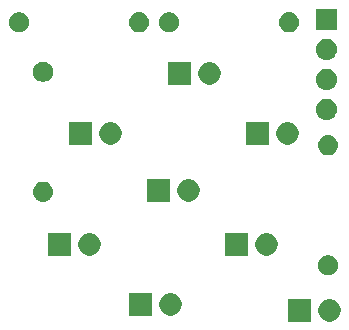
<source format=gbr>
%TF.GenerationSoftware,KiCad,Pcbnew,5.0.2-bee76a0~70~ubuntu18.04.1*%
%TF.CreationDate,2019-02-17T17:10:16-03:00*%
%TF.ProjectId,charlieplex-display-pcb-r00,63686172-6c69-4657-906c-65782d646973,rev?*%
%TF.SameCoordinates,Original*%
%TF.FileFunction,Soldermask,Top*%
%TF.FilePolarity,Negative*%
%FSLAX46Y46*%
G04 Gerber Fmt 4.6, Leading zero omitted, Abs format (unit mm)*
G04 Created by KiCad (PCBNEW 5.0.2-bee76a0~70~ubuntu18.04.1) date dom 17 fev 2019 17:10:16 -03*
%MOMM*%
%LPD*%
G01*
G04 APERTURE LIST*
%ADD10C,0.100000*%
G04 APERTURE END LIST*
D10*
G36*
X57847000Y-71563000D02*
X55945000Y-71563000D01*
X55945000Y-69661000D01*
X57847000Y-69661000D01*
X57847000Y-71563000D01*
X57847000Y-71563000D01*
G37*
G36*
X59713396Y-69697546D02*
X59886466Y-69769234D01*
X60042230Y-69873312D01*
X60174688Y-70005770D01*
X60278766Y-70161534D01*
X60350454Y-70334604D01*
X60387000Y-70518333D01*
X60387000Y-70705667D01*
X60350454Y-70889396D01*
X60278766Y-71062466D01*
X60174688Y-71218230D01*
X60042230Y-71350688D01*
X59886466Y-71454766D01*
X59713396Y-71526454D01*
X59529667Y-71563000D01*
X59342333Y-71563000D01*
X59158604Y-71526454D01*
X58985534Y-71454766D01*
X58829770Y-71350688D01*
X58697312Y-71218230D01*
X58593234Y-71062466D01*
X58521546Y-70889396D01*
X58485000Y-70705667D01*
X58485000Y-70518333D01*
X58521546Y-70334604D01*
X58593234Y-70161534D01*
X58697312Y-70005770D01*
X58829770Y-69873312D01*
X58985534Y-69769234D01*
X59158604Y-69697546D01*
X59342333Y-69661000D01*
X59529667Y-69661000D01*
X59713396Y-69697546D01*
X59713396Y-69697546D01*
G37*
G36*
X44385000Y-71055000D02*
X42483000Y-71055000D01*
X42483000Y-69153000D01*
X44385000Y-69153000D01*
X44385000Y-71055000D01*
X44385000Y-71055000D01*
G37*
G36*
X46251396Y-69189546D02*
X46424466Y-69261234D01*
X46580230Y-69365312D01*
X46712688Y-69497770D01*
X46816766Y-69653534D01*
X46888454Y-69826604D01*
X46925000Y-70010333D01*
X46925000Y-70197667D01*
X46888454Y-70381396D01*
X46816766Y-70554466D01*
X46712688Y-70710230D01*
X46580230Y-70842688D01*
X46424466Y-70946766D01*
X46251396Y-71018454D01*
X46067667Y-71055000D01*
X45880333Y-71055000D01*
X45696604Y-71018454D01*
X45523534Y-70946766D01*
X45367770Y-70842688D01*
X45235312Y-70710230D01*
X45131234Y-70554466D01*
X45059546Y-70381396D01*
X45023000Y-70197667D01*
X45023000Y-70010333D01*
X45059546Y-69826604D01*
X45131234Y-69653534D01*
X45235312Y-69497770D01*
X45367770Y-69365312D01*
X45523534Y-69261234D01*
X45696604Y-69189546D01*
X45880333Y-69153000D01*
X46067667Y-69153000D01*
X46251396Y-69189546D01*
X46251396Y-69189546D01*
G37*
G36*
X59557228Y-65983703D02*
X59712100Y-66047853D01*
X59851481Y-66140985D01*
X59970015Y-66259519D01*
X60063147Y-66398900D01*
X60127297Y-66553772D01*
X60160000Y-66718184D01*
X60160000Y-66885816D01*
X60127297Y-67050228D01*
X60063147Y-67205100D01*
X59970015Y-67344481D01*
X59851481Y-67463015D01*
X59712100Y-67556147D01*
X59557228Y-67620297D01*
X59392816Y-67653000D01*
X59225184Y-67653000D01*
X59060772Y-67620297D01*
X58905900Y-67556147D01*
X58766519Y-67463015D01*
X58647985Y-67344481D01*
X58554853Y-67205100D01*
X58490703Y-67050228D01*
X58458000Y-66885816D01*
X58458000Y-66718184D01*
X58490703Y-66553772D01*
X58554853Y-66398900D01*
X58647985Y-66259519D01*
X58766519Y-66140985D01*
X58905900Y-66047853D01*
X59060772Y-65983703D01*
X59225184Y-65951000D01*
X59392816Y-65951000D01*
X59557228Y-65983703D01*
X59557228Y-65983703D01*
G37*
G36*
X54379396Y-64109546D02*
X54552466Y-64181234D01*
X54708230Y-64285312D01*
X54840688Y-64417770D01*
X54944766Y-64573534D01*
X55016454Y-64746604D01*
X55053000Y-64930333D01*
X55053000Y-65117667D01*
X55016454Y-65301396D01*
X54944766Y-65474466D01*
X54840688Y-65630230D01*
X54708230Y-65762688D01*
X54552466Y-65866766D01*
X54379396Y-65938454D01*
X54195667Y-65975000D01*
X54008333Y-65975000D01*
X53824604Y-65938454D01*
X53651534Y-65866766D01*
X53495770Y-65762688D01*
X53363312Y-65630230D01*
X53259234Y-65474466D01*
X53187546Y-65301396D01*
X53151000Y-65117667D01*
X53151000Y-64930333D01*
X53187546Y-64746604D01*
X53259234Y-64573534D01*
X53363312Y-64417770D01*
X53495770Y-64285312D01*
X53651534Y-64181234D01*
X53824604Y-64109546D01*
X54008333Y-64073000D01*
X54195667Y-64073000D01*
X54379396Y-64109546D01*
X54379396Y-64109546D01*
G37*
G36*
X52513000Y-65975000D02*
X50611000Y-65975000D01*
X50611000Y-64073000D01*
X52513000Y-64073000D01*
X52513000Y-65975000D01*
X52513000Y-65975000D01*
G37*
G36*
X39393396Y-64109546D02*
X39566466Y-64181234D01*
X39722230Y-64285312D01*
X39854688Y-64417770D01*
X39958766Y-64573534D01*
X40030454Y-64746604D01*
X40067000Y-64930333D01*
X40067000Y-65117667D01*
X40030454Y-65301396D01*
X39958766Y-65474466D01*
X39854688Y-65630230D01*
X39722230Y-65762688D01*
X39566466Y-65866766D01*
X39393396Y-65938454D01*
X39209667Y-65975000D01*
X39022333Y-65975000D01*
X38838604Y-65938454D01*
X38665534Y-65866766D01*
X38509770Y-65762688D01*
X38377312Y-65630230D01*
X38273234Y-65474466D01*
X38201546Y-65301396D01*
X38165000Y-65117667D01*
X38165000Y-64930333D01*
X38201546Y-64746604D01*
X38273234Y-64573534D01*
X38377312Y-64417770D01*
X38509770Y-64285312D01*
X38665534Y-64181234D01*
X38838604Y-64109546D01*
X39022333Y-64073000D01*
X39209667Y-64073000D01*
X39393396Y-64109546D01*
X39393396Y-64109546D01*
G37*
G36*
X37527000Y-65975000D02*
X35625000Y-65975000D01*
X35625000Y-64073000D01*
X37527000Y-64073000D01*
X37527000Y-65975000D01*
X37527000Y-65975000D01*
G37*
G36*
X35345821Y-59740313D02*
X35345824Y-59740314D01*
X35345825Y-59740314D01*
X35506239Y-59788975D01*
X35506241Y-59788976D01*
X35506244Y-59788977D01*
X35654078Y-59867995D01*
X35783659Y-59974341D01*
X35890005Y-60103922D01*
X35969023Y-60251756D01*
X36017687Y-60412179D01*
X36034117Y-60579000D01*
X36017687Y-60745821D01*
X36017686Y-60745824D01*
X36017686Y-60745825D01*
X35970170Y-60902466D01*
X35969023Y-60906244D01*
X35890005Y-61054078D01*
X35783659Y-61183659D01*
X35654078Y-61290005D01*
X35506244Y-61369023D01*
X35506241Y-61369024D01*
X35506239Y-61369025D01*
X35345825Y-61417686D01*
X35345824Y-61417686D01*
X35345821Y-61417687D01*
X35220804Y-61430000D01*
X35137196Y-61430000D01*
X35012179Y-61417687D01*
X35012176Y-61417686D01*
X35012175Y-61417686D01*
X34851761Y-61369025D01*
X34851759Y-61369024D01*
X34851756Y-61369023D01*
X34703922Y-61290005D01*
X34574341Y-61183659D01*
X34467995Y-61054078D01*
X34388977Y-60906244D01*
X34387831Y-60902466D01*
X34340314Y-60745825D01*
X34340314Y-60745824D01*
X34340313Y-60745821D01*
X34323883Y-60579000D01*
X34340313Y-60412179D01*
X34388977Y-60251756D01*
X34467995Y-60103922D01*
X34574341Y-59974341D01*
X34703922Y-59867995D01*
X34851756Y-59788977D01*
X34851759Y-59788976D01*
X34851761Y-59788975D01*
X35012175Y-59740314D01*
X35012176Y-59740314D01*
X35012179Y-59740313D01*
X35137196Y-59728000D01*
X35220804Y-59728000D01*
X35345821Y-59740313D01*
X35345821Y-59740313D01*
G37*
G36*
X47775396Y-59537546D02*
X47948466Y-59609234D01*
X48104230Y-59713312D01*
X48236688Y-59845770D01*
X48340766Y-60001534D01*
X48412454Y-60174604D01*
X48449000Y-60358333D01*
X48449000Y-60545667D01*
X48412454Y-60729396D01*
X48340766Y-60902466D01*
X48236688Y-61058230D01*
X48104230Y-61190688D01*
X47948466Y-61294766D01*
X47775396Y-61366454D01*
X47591667Y-61403000D01*
X47404333Y-61403000D01*
X47220604Y-61366454D01*
X47047534Y-61294766D01*
X46891770Y-61190688D01*
X46759312Y-61058230D01*
X46655234Y-60902466D01*
X46583546Y-60729396D01*
X46547000Y-60545667D01*
X46547000Y-60358333D01*
X46583546Y-60174604D01*
X46655234Y-60001534D01*
X46759312Y-59845770D01*
X46891770Y-59713312D01*
X47047534Y-59609234D01*
X47220604Y-59537546D01*
X47404333Y-59501000D01*
X47591667Y-59501000D01*
X47775396Y-59537546D01*
X47775396Y-59537546D01*
G37*
G36*
X45909000Y-61403000D02*
X44007000Y-61403000D01*
X44007000Y-59501000D01*
X45909000Y-59501000D01*
X45909000Y-61403000D01*
X45909000Y-61403000D01*
G37*
G36*
X59475821Y-55803313D02*
X59475824Y-55803314D01*
X59475825Y-55803314D01*
X59636239Y-55851975D01*
X59636241Y-55851976D01*
X59636244Y-55851977D01*
X59784078Y-55930995D01*
X59913659Y-56037341D01*
X60020005Y-56166922D01*
X60099023Y-56314756D01*
X60099024Y-56314759D01*
X60099025Y-56314761D01*
X60145742Y-56468766D01*
X60147687Y-56475179D01*
X60164117Y-56642000D01*
X60147687Y-56808821D01*
X60099023Y-56969244D01*
X60020005Y-57117078D01*
X59913659Y-57246659D01*
X59784078Y-57353005D01*
X59636244Y-57432023D01*
X59636241Y-57432024D01*
X59636239Y-57432025D01*
X59475825Y-57480686D01*
X59475824Y-57480686D01*
X59475821Y-57480687D01*
X59350804Y-57493000D01*
X59267196Y-57493000D01*
X59142179Y-57480687D01*
X59142176Y-57480686D01*
X59142175Y-57480686D01*
X58981761Y-57432025D01*
X58981759Y-57432024D01*
X58981756Y-57432023D01*
X58833922Y-57353005D01*
X58704341Y-57246659D01*
X58597995Y-57117078D01*
X58518977Y-56969244D01*
X58470313Y-56808821D01*
X58453883Y-56642000D01*
X58470313Y-56475179D01*
X58472258Y-56468766D01*
X58518975Y-56314761D01*
X58518976Y-56314759D01*
X58518977Y-56314756D01*
X58597995Y-56166922D01*
X58704341Y-56037341D01*
X58833922Y-55930995D01*
X58981756Y-55851977D01*
X58981759Y-55851976D01*
X58981761Y-55851975D01*
X59142175Y-55803314D01*
X59142176Y-55803314D01*
X59142179Y-55803313D01*
X59267196Y-55791000D01*
X59350804Y-55791000D01*
X59475821Y-55803313D01*
X59475821Y-55803313D01*
G37*
G36*
X54291000Y-56577000D02*
X52389000Y-56577000D01*
X52389000Y-54675000D01*
X54291000Y-54675000D01*
X54291000Y-56577000D01*
X54291000Y-56577000D01*
G37*
G36*
X41171396Y-54711546D02*
X41344466Y-54783234D01*
X41500230Y-54887312D01*
X41632688Y-55019770D01*
X41736766Y-55175534D01*
X41808454Y-55348604D01*
X41845000Y-55532333D01*
X41845000Y-55719667D01*
X41808454Y-55903396D01*
X41736766Y-56076466D01*
X41632688Y-56232230D01*
X41500230Y-56364688D01*
X41344466Y-56468766D01*
X41171396Y-56540454D01*
X40987667Y-56577000D01*
X40800333Y-56577000D01*
X40616604Y-56540454D01*
X40443534Y-56468766D01*
X40287770Y-56364688D01*
X40155312Y-56232230D01*
X40051234Y-56076466D01*
X39979546Y-55903396D01*
X39943000Y-55719667D01*
X39943000Y-55532333D01*
X39979546Y-55348604D01*
X40051234Y-55175534D01*
X40155312Y-55019770D01*
X40287770Y-54887312D01*
X40443534Y-54783234D01*
X40616604Y-54711546D01*
X40800333Y-54675000D01*
X40987667Y-54675000D01*
X41171396Y-54711546D01*
X41171396Y-54711546D01*
G37*
G36*
X56157396Y-54711546D02*
X56330466Y-54783234D01*
X56486230Y-54887312D01*
X56618688Y-55019770D01*
X56722766Y-55175534D01*
X56794454Y-55348604D01*
X56831000Y-55532333D01*
X56831000Y-55719667D01*
X56794454Y-55903396D01*
X56722766Y-56076466D01*
X56618688Y-56232230D01*
X56486230Y-56364688D01*
X56330466Y-56468766D01*
X56157396Y-56540454D01*
X55973667Y-56577000D01*
X55786333Y-56577000D01*
X55602604Y-56540454D01*
X55429534Y-56468766D01*
X55273770Y-56364688D01*
X55141312Y-56232230D01*
X55037234Y-56076466D01*
X54965546Y-55903396D01*
X54929000Y-55719667D01*
X54929000Y-55532333D01*
X54965546Y-55348604D01*
X55037234Y-55175534D01*
X55141312Y-55019770D01*
X55273770Y-54887312D01*
X55429534Y-54783234D01*
X55602604Y-54711546D01*
X55786333Y-54675000D01*
X55973667Y-54675000D01*
X56157396Y-54711546D01*
X56157396Y-54711546D01*
G37*
G36*
X39305000Y-56577000D02*
X37403000Y-56577000D01*
X37403000Y-54675000D01*
X39305000Y-54675000D01*
X39305000Y-56577000D01*
X39305000Y-56577000D01*
G37*
G36*
X59292442Y-52699518D02*
X59358627Y-52706037D01*
X59471853Y-52740384D01*
X59528467Y-52757557D01*
X59667087Y-52831652D01*
X59684991Y-52841222D01*
X59720729Y-52870552D01*
X59822186Y-52953814D01*
X59905448Y-53055271D01*
X59934778Y-53091009D01*
X59934779Y-53091011D01*
X60018443Y-53247533D01*
X60018443Y-53247534D01*
X60069963Y-53417373D01*
X60087359Y-53594000D01*
X60069963Y-53770627D01*
X60035616Y-53883853D01*
X60018443Y-53940467D01*
X59944348Y-54079087D01*
X59934778Y-54096991D01*
X59905448Y-54132729D01*
X59822186Y-54234186D01*
X59720729Y-54317448D01*
X59684991Y-54346778D01*
X59684989Y-54346779D01*
X59528467Y-54430443D01*
X59471853Y-54447616D01*
X59358627Y-54481963D01*
X59292443Y-54488481D01*
X59226260Y-54495000D01*
X59137740Y-54495000D01*
X59071557Y-54488481D01*
X59005373Y-54481963D01*
X58892147Y-54447616D01*
X58835533Y-54430443D01*
X58679011Y-54346779D01*
X58679009Y-54346778D01*
X58643271Y-54317448D01*
X58541814Y-54234186D01*
X58458552Y-54132729D01*
X58429222Y-54096991D01*
X58419652Y-54079087D01*
X58345557Y-53940467D01*
X58328384Y-53883853D01*
X58294037Y-53770627D01*
X58276641Y-53594000D01*
X58294037Y-53417373D01*
X58345557Y-53247534D01*
X58345557Y-53247533D01*
X58429221Y-53091011D01*
X58429222Y-53091009D01*
X58458552Y-53055271D01*
X58541814Y-52953814D01*
X58643271Y-52870552D01*
X58679009Y-52841222D01*
X58696913Y-52831652D01*
X58835533Y-52757557D01*
X58892147Y-52740384D01*
X59005373Y-52706037D01*
X59071558Y-52699518D01*
X59137740Y-52693000D01*
X59226260Y-52693000D01*
X59292442Y-52699518D01*
X59292442Y-52699518D01*
G37*
G36*
X59292443Y-50159519D02*
X59358627Y-50166037D01*
X59471853Y-50200384D01*
X59528467Y-50217557D01*
X59667087Y-50291652D01*
X59684991Y-50301222D01*
X59720729Y-50330552D01*
X59822186Y-50413814D01*
X59895227Y-50502816D01*
X59934778Y-50551009D01*
X59934779Y-50551011D01*
X60018443Y-50707533D01*
X60018443Y-50707534D01*
X60069963Y-50877373D01*
X60087359Y-51054000D01*
X60069963Y-51230627D01*
X60053563Y-51284690D01*
X60018443Y-51400467D01*
X59966844Y-51497000D01*
X59934778Y-51556991D01*
X59905448Y-51592729D01*
X59822186Y-51694186D01*
X59720729Y-51777448D01*
X59684991Y-51806778D01*
X59684989Y-51806779D01*
X59528467Y-51890443D01*
X59471853Y-51907616D01*
X59358627Y-51941963D01*
X59292442Y-51948482D01*
X59226260Y-51955000D01*
X59137740Y-51955000D01*
X59071558Y-51948482D01*
X59005373Y-51941963D01*
X58892147Y-51907616D01*
X58835533Y-51890443D01*
X58679011Y-51806779D01*
X58679009Y-51806778D01*
X58643271Y-51777448D01*
X58541814Y-51694186D01*
X58458552Y-51592729D01*
X58429222Y-51556991D01*
X58397156Y-51497000D01*
X58345557Y-51400467D01*
X58310437Y-51284690D01*
X58294037Y-51230627D01*
X58276641Y-51054000D01*
X58294037Y-50877373D01*
X58345557Y-50707534D01*
X58345557Y-50707533D01*
X58429221Y-50551011D01*
X58429222Y-50551009D01*
X58468773Y-50502816D01*
X58541814Y-50413814D01*
X58643271Y-50330552D01*
X58679009Y-50301222D01*
X58696913Y-50291652D01*
X58835533Y-50217557D01*
X58892147Y-50200384D01*
X59005373Y-50166037D01*
X59071558Y-50159518D01*
X59137740Y-50153000D01*
X59226260Y-50153000D01*
X59292443Y-50159519D01*
X59292443Y-50159519D01*
G37*
G36*
X47687000Y-51497000D02*
X45785000Y-51497000D01*
X45785000Y-49595000D01*
X47687000Y-49595000D01*
X47687000Y-51497000D01*
X47687000Y-51497000D01*
G37*
G36*
X49553396Y-49631546D02*
X49726466Y-49703234D01*
X49882230Y-49807312D01*
X50014688Y-49939770D01*
X50118766Y-50095534D01*
X50190454Y-50268604D01*
X50227000Y-50452333D01*
X50227000Y-50639667D01*
X50190454Y-50823396D01*
X50118766Y-50996466D01*
X50014688Y-51152230D01*
X49882230Y-51284688D01*
X49726466Y-51388766D01*
X49553396Y-51460454D01*
X49369667Y-51497000D01*
X49182333Y-51497000D01*
X48998604Y-51460454D01*
X48825534Y-51388766D01*
X48669770Y-51284688D01*
X48537312Y-51152230D01*
X48433234Y-50996466D01*
X48361546Y-50823396D01*
X48325000Y-50639667D01*
X48325000Y-50452333D01*
X48361546Y-50268604D01*
X48433234Y-50095534D01*
X48537312Y-49939770D01*
X48669770Y-49807312D01*
X48825534Y-49703234D01*
X48998604Y-49631546D01*
X49182333Y-49595000D01*
X49369667Y-49595000D01*
X49553396Y-49631546D01*
X49553396Y-49631546D01*
G37*
G36*
X35427228Y-49600703D02*
X35582100Y-49664853D01*
X35721481Y-49757985D01*
X35840015Y-49876519D01*
X35933147Y-50015900D01*
X35997297Y-50170772D01*
X36030000Y-50335184D01*
X36030000Y-50502816D01*
X35997297Y-50667228D01*
X35933147Y-50822100D01*
X35840015Y-50961481D01*
X35721481Y-51080015D01*
X35582100Y-51173147D01*
X35427228Y-51237297D01*
X35262816Y-51270000D01*
X35095184Y-51270000D01*
X34930772Y-51237297D01*
X34775900Y-51173147D01*
X34636519Y-51080015D01*
X34517985Y-50961481D01*
X34424853Y-50822100D01*
X34360703Y-50667228D01*
X34328000Y-50502816D01*
X34328000Y-50335184D01*
X34360703Y-50170772D01*
X34424853Y-50015900D01*
X34517985Y-49876519D01*
X34636519Y-49757985D01*
X34775900Y-49664853D01*
X34930772Y-49600703D01*
X35095184Y-49568000D01*
X35262816Y-49568000D01*
X35427228Y-49600703D01*
X35427228Y-49600703D01*
G37*
G36*
X59292442Y-47619518D02*
X59358627Y-47626037D01*
X59471853Y-47660384D01*
X59528467Y-47677557D01*
X59667087Y-47751652D01*
X59684991Y-47761222D01*
X59720729Y-47790552D01*
X59822186Y-47873814D01*
X59905448Y-47975271D01*
X59934778Y-48011009D01*
X59934779Y-48011011D01*
X60018443Y-48167533D01*
X60018443Y-48167534D01*
X60069963Y-48337373D01*
X60087359Y-48514000D01*
X60069963Y-48690627D01*
X60035616Y-48803853D01*
X60018443Y-48860467D01*
X59944348Y-48999087D01*
X59934778Y-49016991D01*
X59905448Y-49052729D01*
X59822186Y-49154186D01*
X59720729Y-49237448D01*
X59684991Y-49266778D01*
X59684989Y-49266779D01*
X59528467Y-49350443D01*
X59471853Y-49367616D01*
X59358627Y-49401963D01*
X59292442Y-49408482D01*
X59226260Y-49415000D01*
X59137740Y-49415000D01*
X59071558Y-49408482D01*
X59005373Y-49401963D01*
X58892147Y-49367616D01*
X58835533Y-49350443D01*
X58679011Y-49266779D01*
X58679009Y-49266778D01*
X58643271Y-49237448D01*
X58541814Y-49154186D01*
X58458552Y-49052729D01*
X58429222Y-49016991D01*
X58419652Y-48999087D01*
X58345557Y-48860467D01*
X58328384Y-48803853D01*
X58294037Y-48690627D01*
X58276641Y-48514000D01*
X58294037Y-48337373D01*
X58345557Y-48167534D01*
X58345557Y-48167533D01*
X58429221Y-48011011D01*
X58429222Y-48011009D01*
X58458552Y-47975271D01*
X58541814Y-47873814D01*
X58643271Y-47790552D01*
X58679009Y-47761222D01*
X58696913Y-47751652D01*
X58835533Y-47677557D01*
X58892147Y-47660384D01*
X59005373Y-47626037D01*
X59071557Y-47619519D01*
X59137740Y-47613000D01*
X59226260Y-47613000D01*
X59292442Y-47619518D01*
X59292442Y-47619518D01*
G37*
G36*
X33395228Y-45409703D02*
X33550100Y-45473853D01*
X33689481Y-45566985D01*
X33808015Y-45685519D01*
X33901147Y-45824900D01*
X33965297Y-45979772D01*
X33998000Y-46144184D01*
X33998000Y-46311816D01*
X33965297Y-46476228D01*
X33901147Y-46631100D01*
X33808015Y-46770481D01*
X33689481Y-46889015D01*
X33550100Y-46982147D01*
X33395228Y-47046297D01*
X33230816Y-47079000D01*
X33063184Y-47079000D01*
X32898772Y-47046297D01*
X32743900Y-46982147D01*
X32604519Y-46889015D01*
X32485985Y-46770481D01*
X32392853Y-46631100D01*
X32328703Y-46476228D01*
X32296000Y-46311816D01*
X32296000Y-46144184D01*
X32328703Y-45979772D01*
X32392853Y-45824900D01*
X32485985Y-45685519D01*
X32604519Y-45566985D01*
X32743900Y-45473853D01*
X32898772Y-45409703D01*
X33063184Y-45377000D01*
X33230816Y-45377000D01*
X33395228Y-45409703D01*
X33395228Y-45409703D01*
G37*
G36*
X43473821Y-45389313D02*
X43473824Y-45389314D01*
X43473825Y-45389314D01*
X43634239Y-45437975D01*
X43634241Y-45437976D01*
X43634244Y-45437977D01*
X43782078Y-45516995D01*
X43911659Y-45623341D01*
X44018005Y-45752922D01*
X44097023Y-45900756D01*
X44097024Y-45900759D01*
X44097025Y-45900761D01*
X44145686Y-46061175D01*
X44145687Y-46061179D01*
X44162117Y-46228000D01*
X44145687Y-46394821D01*
X44145686Y-46394824D01*
X44145686Y-46394825D01*
X44120993Y-46476228D01*
X44097023Y-46555244D01*
X44018005Y-46703078D01*
X43911659Y-46832659D01*
X43782078Y-46939005D01*
X43634244Y-47018023D01*
X43634241Y-47018024D01*
X43634239Y-47018025D01*
X43473825Y-47066686D01*
X43473824Y-47066686D01*
X43473821Y-47066687D01*
X43348804Y-47079000D01*
X43265196Y-47079000D01*
X43140179Y-47066687D01*
X43140176Y-47066686D01*
X43140175Y-47066686D01*
X42979761Y-47018025D01*
X42979759Y-47018024D01*
X42979756Y-47018023D01*
X42831922Y-46939005D01*
X42702341Y-46832659D01*
X42595995Y-46703078D01*
X42516977Y-46555244D01*
X42493008Y-46476228D01*
X42468314Y-46394825D01*
X42468314Y-46394824D01*
X42468313Y-46394821D01*
X42451883Y-46228000D01*
X42468313Y-46061179D01*
X42468314Y-46061175D01*
X42516975Y-45900761D01*
X42516976Y-45900759D01*
X42516977Y-45900756D01*
X42595995Y-45752922D01*
X42702341Y-45623341D01*
X42831922Y-45516995D01*
X42979756Y-45437977D01*
X42979759Y-45437976D01*
X42979761Y-45437975D01*
X43140175Y-45389314D01*
X43140176Y-45389314D01*
X43140179Y-45389313D01*
X43265196Y-45377000D01*
X43348804Y-45377000D01*
X43473821Y-45389313D01*
X43473821Y-45389313D01*
G37*
G36*
X46095228Y-45409703D02*
X46250100Y-45473853D01*
X46389481Y-45566985D01*
X46508015Y-45685519D01*
X46601147Y-45824900D01*
X46665297Y-45979772D01*
X46698000Y-46144184D01*
X46698000Y-46311816D01*
X46665297Y-46476228D01*
X46601147Y-46631100D01*
X46508015Y-46770481D01*
X46389481Y-46889015D01*
X46250100Y-46982147D01*
X46095228Y-47046297D01*
X45930816Y-47079000D01*
X45763184Y-47079000D01*
X45598772Y-47046297D01*
X45443900Y-46982147D01*
X45304519Y-46889015D01*
X45185985Y-46770481D01*
X45092853Y-46631100D01*
X45028703Y-46476228D01*
X44996000Y-46311816D01*
X44996000Y-46144184D01*
X45028703Y-45979772D01*
X45092853Y-45824900D01*
X45185985Y-45685519D01*
X45304519Y-45566985D01*
X45443900Y-45473853D01*
X45598772Y-45409703D01*
X45763184Y-45377000D01*
X45930816Y-45377000D01*
X46095228Y-45409703D01*
X46095228Y-45409703D01*
G37*
G36*
X56173821Y-45389313D02*
X56173824Y-45389314D01*
X56173825Y-45389314D01*
X56334239Y-45437975D01*
X56334241Y-45437976D01*
X56334244Y-45437977D01*
X56482078Y-45516995D01*
X56611659Y-45623341D01*
X56718005Y-45752922D01*
X56797023Y-45900756D01*
X56797024Y-45900759D01*
X56797025Y-45900761D01*
X56845686Y-46061175D01*
X56845687Y-46061179D01*
X56862117Y-46228000D01*
X56845687Y-46394821D01*
X56845686Y-46394824D01*
X56845686Y-46394825D01*
X56820993Y-46476228D01*
X56797023Y-46555244D01*
X56718005Y-46703078D01*
X56611659Y-46832659D01*
X56482078Y-46939005D01*
X56334244Y-47018023D01*
X56334241Y-47018024D01*
X56334239Y-47018025D01*
X56173825Y-47066686D01*
X56173824Y-47066686D01*
X56173821Y-47066687D01*
X56048804Y-47079000D01*
X55965196Y-47079000D01*
X55840179Y-47066687D01*
X55840176Y-47066686D01*
X55840175Y-47066686D01*
X55679761Y-47018025D01*
X55679759Y-47018024D01*
X55679756Y-47018023D01*
X55531922Y-46939005D01*
X55402341Y-46832659D01*
X55295995Y-46703078D01*
X55216977Y-46555244D01*
X55193008Y-46476228D01*
X55168314Y-46394825D01*
X55168314Y-46394824D01*
X55168313Y-46394821D01*
X55151883Y-46228000D01*
X55168313Y-46061179D01*
X55168314Y-46061175D01*
X55216975Y-45900761D01*
X55216976Y-45900759D01*
X55216977Y-45900756D01*
X55295995Y-45752922D01*
X55402341Y-45623341D01*
X55531922Y-45516995D01*
X55679756Y-45437977D01*
X55679759Y-45437976D01*
X55679761Y-45437975D01*
X55840175Y-45389314D01*
X55840176Y-45389314D01*
X55840179Y-45389313D01*
X55965196Y-45377000D01*
X56048804Y-45377000D01*
X56173821Y-45389313D01*
X56173821Y-45389313D01*
G37*
G36*
X60083000Y-46875000D02*
X58281000Y-46875000D01*
X58281000Y-45073000D01*
X60083000Y-45073000D01*
X60083000Y-46875000D01*
X60083000Y-46875000D01*
G37*
M02*

</source>
